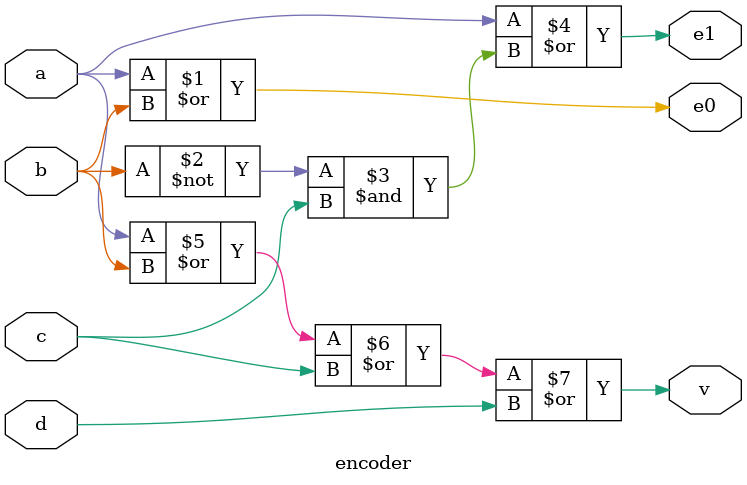
<source format=v>
`timescale 1ns / 1ps
module encoder(
    input a,b,c,d,
    output e0,e1,v
    );
assign e0=a|b;
assign e1=a|(~b&c);
assign v=a|b|c|d;
endmodule
</source>
